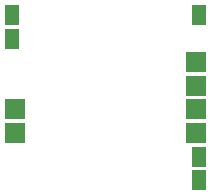
<source format=gbs>
%FSTAX25Y25*%
%MOIN*%
%SFA1B1*%

%IPPOS*%
%ADD19R,0.047370X0.067060*%
%ADD20R,0.067060X0.067060*%
%LNrfm69c_to_rfm69hc-1*%
%LPD*%
G54D19*
X0162992Y0163386D03*
Y0116142D03*
Y0108268D03*
X0100787Y0155512D03*
Y0163386D03*
G54D20*
X0162008Y0147638D03*
Y0139764D03*
Y013189D03*
Y0124016D03*
X0101771D03*
Y013189D03*
M02*
</source>
